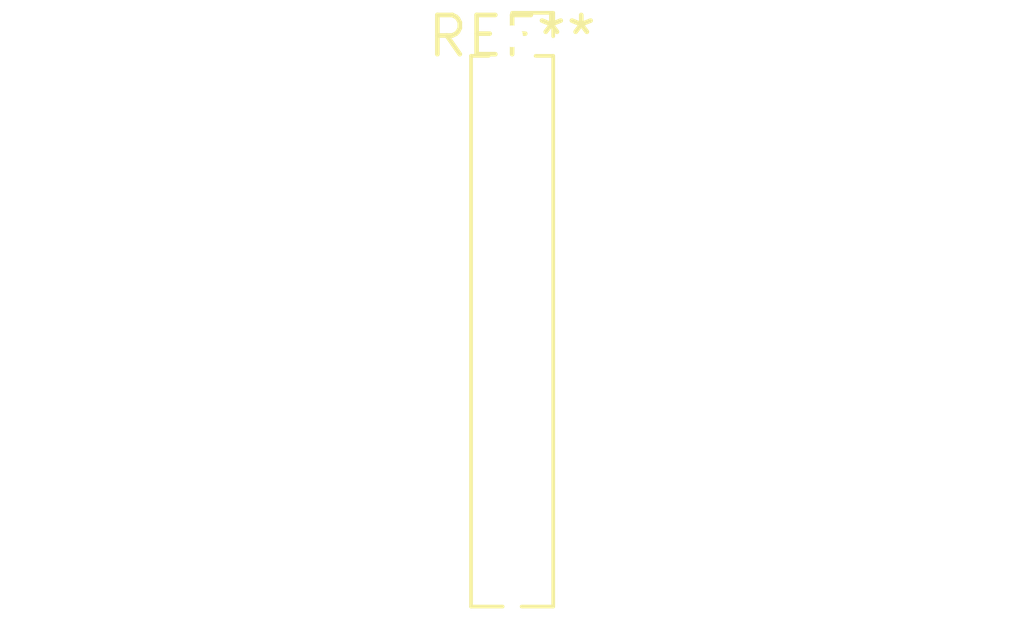
<source format=kicad_pcb>
(kicad_pcb (version 20240108) (generator pcbnew)
  (layers (0 "F.Cu" signal) (31 "B.Cu" signal) (34 "B.Paste" user) (35 "F.Paste" user) (36 "B.SilkS" user "B.Silkscreen") (37 "F.SilkS" user "F.Silkscreen") (38 "B.Mask" user) (39 "F.Mask" user) (44 "Edge.Cuts" user))
  (net 0 "")
  (footprint "PinSocket_1x15_P1.27mm_Vertical" (layer "F.Cu") (at 0 0)
    (property "Reference" "REF**")
    (property "Value" "PinSocket_1x15_P1.27mm_Vertical")
    (fp_line (start -1.33 0.635) (end -1.33 18.475) (layer "F.SilkS") (stroke (width 0.12)))
    (fp_line (start -1.33 0.635) (end -0.76 0.635) (layer "F.SilkS") (stroke (width 0.12)))
    (fp_line (start -1.33 18.475) (end -0.30753 18.475) (layer "F.SilkS") (stroke (width 0.12)))
    (fp_line (start 0 -0.76) (end 1.33 -0.76) (layer "F.SilkS") (stroke (width 0.12)))
    (fp_line (start 0.30753 18.475) (end 1.33 18.475) (layer "F.SilkS") (stroke (width 0.12)))
    (fp_line (start 0.76 0.635) (end 1.33 0.635) (layer "F.SilkS") (stroke (width 0.12)))
    (fp_line (start 1.33 -0.76) (end 1.33 0) (layer "F.SilkS") (stroke (width 0.12)))
    (fp_line (start 1.33 0.635) (end 1.33 18.475) (layer "F.SilkS") (stroke (width 0.12)))
    (pad "1" thru_hole rect (at 0 0) (size 1 1) (drill 0.7) (layers *.Cu *.Mask) (remove_unused_layers))
    (pad "2" thru_hole oval (at 0 1.27) (size 1 1) (drill 0.7) (layers *.Cu *.Mask) (remove_unused_layers))
    (pad "3" thru_hole oval (at 0 2.54) (size 1 1) (drill 0.7) (layers *.Cu *.Mask) (remove_unused_layers))
    (pad "4" thru_hole oval (at 0 3.81) (size 1 1) (drill 0.7) (layers *.Cu *.Mask) (remove_unused_layers))
    (pad "5" thru_hole oval (at 0 5.08) (size 1 1) (drill 0.7) (layers *.Cu *.Mask) (remove_unused_layers))
    (pad "6" thru_hole oval (at 0 6.35) (size 1 1) (drill 0.7) (layers *.Cu *.Mask) (remove_unused_layers))
    (pad "7" thru_hole oval (at 0 7.62) (size 1 1) (drill 0.7) (layers *.Cu *.Mask) (remove_unused_layers))
    (pad "8" thru_hole oval (at 0 8.89) (size 1 1) (drill 0.7) (layers *.Cu *.Mask) (remove_unused_layers))
    (pad "9" thru_hole oval (at 0 10.16) (size 1 1) (drill 0.7) (layers *.Cu *.Mask) (remove_unused_layers))
    (pad "10" thru_hole oval (at 0 11.43) (size 1 1) (drill 0.7) (layers *.Cu *.Mask) (remove_unused_layers))
    (pad "11" thru_hole oval (at 0 12.7) (size 1 1) (drill 0.7) (layers *.Cu *.Mask) (remove_unused_layers))
    (pad "12" thru_hole oval (at 0 13.97) (size 1 1) (drill 0.7) (layers *.Cu *.Mask) (remove_unused_layers))
    (pad "13" thru_hole oval (at 0 15.24) (size 1 1) (drill 0.7) (layers *.Cu *.Mask) (remove_unused_layers))
    (pad "14" thru_hole oval (at 0 16.51) (size 1 1) (drill 0.7) (layers *.Cu *.Mask) (remove_unused_layers))
    (pad "15" thru_hole oval (at 0 17.78) (size 1 1) (drill 0.7) (layers *.Cu *.Mask) (remove_unused_layers))
  )
)
</source>
